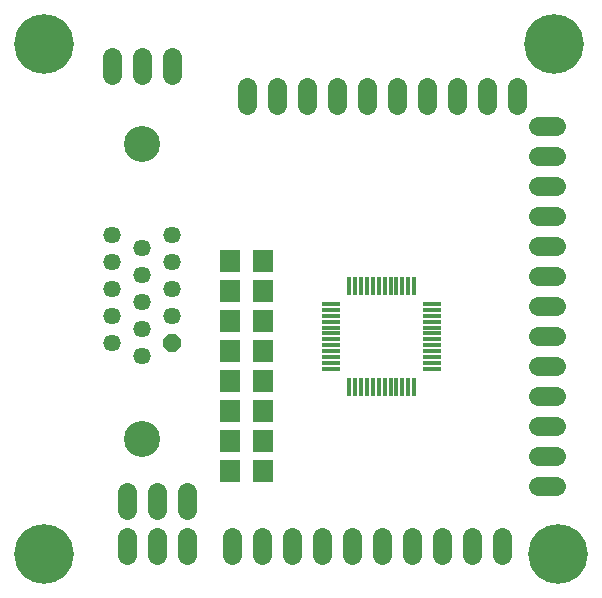
<source format=gts>
G75*
G70*
%OFA0B0*%
%FSLAX24Y24*%
%IPPOS*%
%LPD*%
%AMOC8*
5,1,8,0,0,1.08239X$1,22.5*
%
%ADD10R,0.0611X0.0138*%
%ADD11R,0.0138X0.0611*%
%ADD12C,0.0574*%
%ADD13OC8,0.0574*%
%ADD14C,0.1201*%
%ADD15R,0.0650X0.0730*%
%ADD16C,0.0620*%
%ADD17C,0.1989*%
D10*
X013389Y007637D03*
X013389Y007834D03*
X013389Y008031D03*
X013389Y008228D03*
X013389Y008425D03*
X013389Y008622D03*
X013389Y008818D03*
X013389Y009015D03*
X013389Y009212D03*
X013389Y009409D03*
X013389Y009606D03*
X013389Y009803D03*
X016735Y009803D03*
X016735Y009606D03*
X016735Y009409D03*
X016735Y009212D03*
X016735Y009015D03*
X016735Y008818D03*
X016735Y008622D03*
X016735Y008425D03*
X016735Y008228D03*
X016735Y008031D03*
X016735Y007834D03*
X016735Y007637D03*
D11*
X016145Y007047D03*
X015948Y007047D03*
X015751Y007047D03*
X015554Y007047D03*
X015357Y007047D03*
X015160Y007047D03*
X014963Y007047D03*
X014767Y007047D03*
X014570Y007047D03*
X014373Y007047D03*
X014176Y007047D03*
X013979Y007047D03*
X013979Y010393D03*
X014176Y010393D03*
X014373Y010393D03*
X014570Y010393D03*
X014767Y010393D03*
X014963Y010393D03*
X015160Y010393D03*
X015357Y010393D03*
X015554Y010393D03*
X015751Y010393D03*
X015948Y010393D03*
X016145Y010393D03*
D12*
X008062Y010316D03*
X008062Y009416D03*
X007062Y009866D03*
X007062Y010766D03*
X006062Y011216D03*
X006062Y012116D03*
X007062Y011666D03*
X008062Y012116D03*
X008062Y011216D03*
X006062Y010316D03*
X006062Y009416D03*
X007062Y008966D03*
X007062Y008066D03*
X006062Y008516D03*
D13*
X008062Y008516D03*
D14*
X007062Y005299D03*
X007062Y015141D03*
D15*
X010002Y011220D03*
X010002Y010220D03*
X010002Y009220D03*
X010002Y008220D03*
X010002Y007220D03*
X010002Y006220D03*
X010002Y005220D03*
X010002Y004220D03*
X011122Y004220D03*
X011122Y005220D03*
X011122Y006220D03*
X011122Y007220D03*
X011122Y008220D03*
X011122Y009220D03*
X011122Y010220D03*
X011122Y011220D03*
D16*
X011562Y016420D02*
X011562Y017020D01*
X010562Y017020D02*
X010562Y016420D01*
X012562Y016420D02*
X012562Y017020D01*
X013562Y017020D02*
X013562Y016420D01*
X014562Y016420D02*
X014562Y017020D01*
X015562Y017020D02*
X015562Y016420D01*
X016562Y016420D02*
X016562Y017020D01*
X017562Y017020D02*
X017562Y016420D01*
X018562Y016420D02*
X018562Y017020D01*
X019562Y017020D02*
X019562Y016420D01*
X020262Y015720D02*
X020862Y015720D01*
X020862Y014720D02*
X020262Y014720D01*
X020262Y013720D02*
X020862Y013720D01*
X020862Y012720D02*
X020262Y012720D01*
X020262Y011720D02*
X020862Y011720D01*
X020862Y010720D02*
X020262Y010720D01*
X020262Y009720D02*
X020862Y009720D01*
X020862Y008720D02*
X020262Y008720D01*
X020262Y007720D02*
X020862Y007720D01*
X020862Y006720D02*
X020262Y006720D01*
X020262Y005720D02*
X020862Y005720D01*
X020862Y004720D02*
X020262Y004720D01*
X020262Y003720D02*
X020862Y003720D01*
X019062Y002020D02*
X019062Y001420D01*
X018062Y001420D02*
X018062Y002020D01*
X017062Y002020D02*
X017062Y001420D01*
X016062Y001420D02*
X016062Y002020D01*
X015062Y002020D02*
X015062Y001420D01*
X014062Y001420D02*
X014062Y002020D01*
X013062Y002020D02*
X013062Y001420D01*
X012062Y001420D02*
X012062Y002020D01*
X011062Y002020D02*
X011062Y001420D01*
X010062Y001420D02*
X010062Y002020D01*
X008562Y002020D02*
X008562Y001420D01*
X007562Y001420D02*
X007562Y002020D01*
X007562Y002920D02*
X007562Y003520D01*
X006562Y003520D02*
X006562Y002920D01*
X006562Y002020D02*
X006562Y001420D01*
X008562Y002920D02*
X008562Y003520D01*
X008062Y017420D02*
X008062Y018020D01*
X007062Y018020D02*
X007062Y017420D01*
X006062Y017420D02*
X006062Y018020D01*
D17*
X003812Y001470D03*
X020937Y001470D03*
X020812Y018470D03*
X003812Y018470D03*
M02*

</source>
